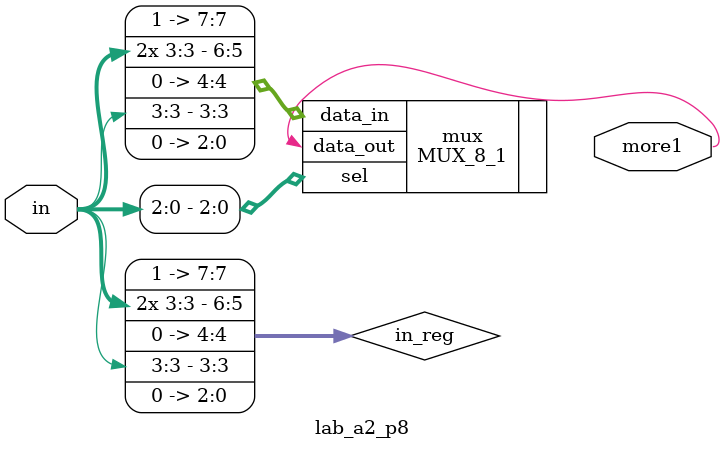
<source format=v>
module lab_a2_p8(
	input [3:0] in,
	output more1
	);
    wire [7:0] in_reg;
	assign in_reg = {1'b1, in[3], in[3], 1'b0, in[3], 3'b000};
    MUX_8_1 mux(.sel(in[2:0]), .data_in(in_reg), .data_out(more1));
endmodule
</source>
